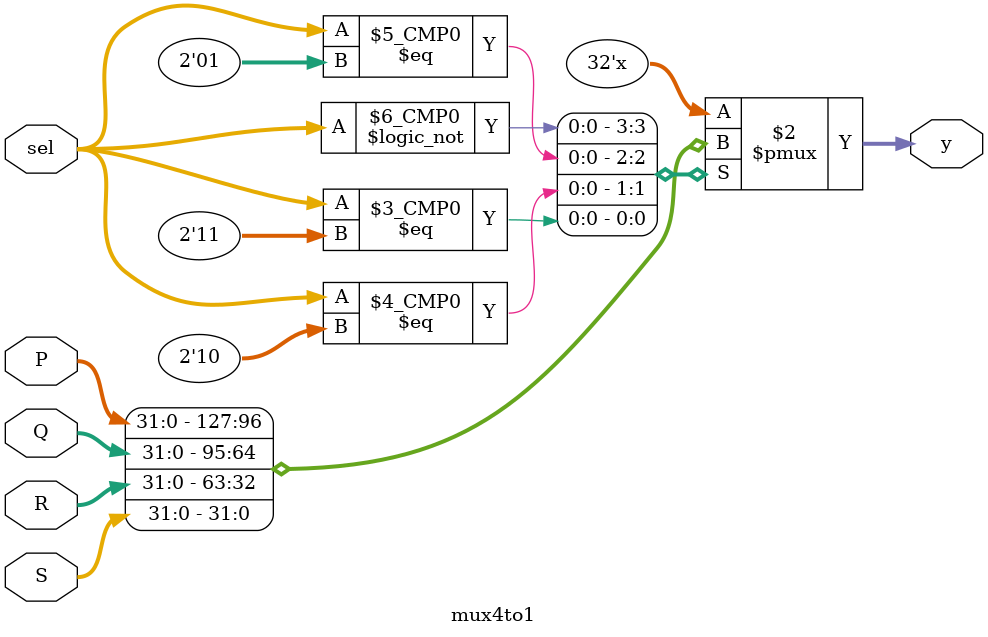
<source format=v>
module logic_unit(input [31:0]A, B, input [1:0]sel, output [31:0]R);

wire [31:0] andout;
wire [31:0] orout;
wire [31:0] xorout;
wire [31:0] zero;

assign andout = A & B;
assign orout  = A | B;
assign xorout = A ^ B;
assign zero   = 32'd0;

//For 00->AND, 01->OR, 10->XOR
mux4to1 mux(.P(andout), .Q(orout), .R(xorout), .S(zero), .sel(sel), .y(R));

endmodule



// 4:1 32 bit multiplexer
module mux4to1(input[1:0] sel, input [31:0]P,Q,R,S, output reg [31:0]y);
always @(*)begin
    case(sel)
        2'b00 : y = P;
        2'b01 : y = Q;
        2'b10 : y = R;
        2'b11 : y = S;
    endcase
end
endmodule


</source>
